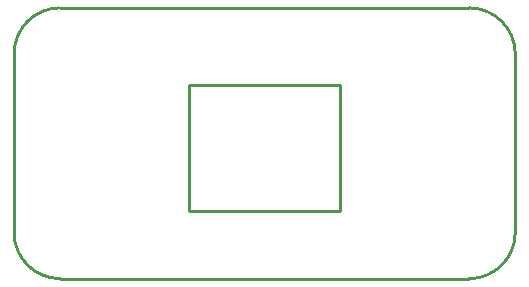
<source format=gko>
G04*
G04 #@! TF.GenerationSoftware,Altium Limited,Altium Designer,19.1.5 (86)*
G04*
G04 Layer_Color=16711935*
%FSAX24Y24*%
%MOIN*%
G70*
G01*
G75*
%ADD11C,0.0100*%
D11*
X026705Y017492D02*
G03*
X025169Y019028I-001535J000000D01*
G01*
Y010000D02*
G03*
X026705Y011535I000000J001535D01*
G01*
X010000D02*
G03*
X011535Y010000I001535J000000D01*
G01*
Y019028D02*
G03*
X010000Y017492I000000J-001535D01*
G01*
X015835Y012248D02*
X020874D01*
X011535Y019028D02*
X025169D01*
X026705Y011535D02*
Y017492D01*
X011535Y010000D02*
X025169D01*
X010000Y011535D02*
Y017492D01*
X020874Y012248D02*
Y016468D01*
X015835D02*
X020874D01*
X015835Y012248D02*
Y016468D01*
M02*

</source>
